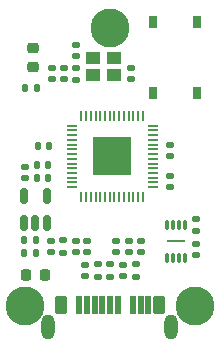
<source format=gbr>
%TF.GenerationSoftware,KiCad,Pcbnew,7.0.9*%
%TF.CreationDate,2023-12-16T11:51:24+08:00*%
%TF.ProjectId,iPico,69506963-6f2e-46b6-9963-61645f706362,rev?*%
%TF.SameCoordinates,Original*%
%TF.FileFunction,Soldermask,Top*%
%TF.FilePolarity,Negative*%
%FSLAX46Y46*%
G04 Gerber Fmt 4.6, Leading zero omitted, Abs format (unit mm)*
G04 Created by KiCad (PCBNEW 7.0.9) date 2023-12-16 11:51:24*
%MOMM*%
%LPD*%
G01*
G04 APERTURE LIST*
G04 Aperture macros list*
%AMRoundRect*
0 Rectangle with rounded corners*
0 $1 Rounding radius*
0 $2 $3 $4 $5 $6 $7 $8 $9 X,Y pos of 4 corners*
0 Add a 4 corners polygon primitive as box body*
4,1,4,$2,$3,$4,$5,$6,$7,$8,$9,$2,$3,0*
0 Add four circle primitives for the rounded corners*
1,1,$1+$1,$2,$3*
1,1,$1+$1,$4,$5*
1,1,$1+$1,$6,$7*
1,1,$1+$1,$8,$9*
0 Add four rect primitives between the rounded corners*
20,1,$1+$1,$2,$3,$4,$5,0*
20,1,$1+$1,$4,$5,$6,$7,0*
20,1,$1+$1,$6,$7,$8,$9,0*
20,1,$1+$1,$8,$9,$2,$3,0*%
G04 Aperture macros list end*
%ADD10O,0.300000X0.900000*%
%ADD11R,1.650000X0.250000*%
%ADD12C,3.300000*%
%ADD13RoundRect,0.050000X0.387500X0.050000X-0.387500X0.050000X-0.387500X-0.050000X0.387500X-0.050000X0*%
%ADD14RoundRect,0.050000X0.050000X0.387500X-0.050000X0.387500X-0.050000X-0.387500X0.050000X-0.387500X0*%
%ADD15R,3.200000X3.200000*%
%ADD16RoundRect,0.140000X0.170000X-0.140000X0.170000X0.140000X-0.170000X0.140000X-0.170000X-0.140000X0*%
%ADD17RoundRect,0.140000X0.140000X0.170000X-0.140000X0.170000X-0.140000X-0.170000X0.140000X-0.170000X0*%
%ADD18RoundRect,0.147500X-0.172500X0.147500X-0.172500X-0.147500X0.172500X-0.147500X0.172500X0.147500X0*%
%ADD19RoundRect,0.140000X-0.140000X-0.170000X0.140000X-0.170000X0.140000X0.170000X-0.140000X0.170000X0*%
%ADD20RoundRect,0.135000X0.185000X-0.135000X0.185000X0.135000X-0.185000X0.135000X-0.185000X-0.135000X0*%
%ADD21R,0.750000X1.000000*%
%ADD22RoundRect,0.135000X-0.185000X0.135000X-0.185000X-0.135000X0.185000X-0.135000X0.185000X0.135000X0*%
%ADD23RoundRect,0.218750X0.218750X0.256250X-0.218750X0.256250X-0.218750X-0.256250X0.218750X-0.256250X0*%
%ADD24RoundRect,0.140000X-0.170000X0.140000X-0.170000X-0.140000X0.170000X-0.140000X0.170000X0.140000X0*%
%ADD25O,1.140000X2.130000*%
%ADD26RoundRect,0.100000X-0.400000X-0.670000X0.400000X-0.670000X0.400000X0.670000X-0.400000X0.670000X0*%
%ADD27RoundRect,0.100000X-0.190000X-0.670000X0.190000X-0.670000X0.190000X0.670000X-0.190000X0.670000X0*%
%ADD28RoundRect,0.100000X-0.180000X-0.670000X0.180000X-0.670000X0.180000X0.670000X-0.180000X0.670000X0*%
%ADD29RoundRect,0.150000X0.150000X-0.512500X0.150000X0.512500X-0.150000X0.512500X-0.150000X-0.512500X0*%
%ADD30R,1.150000X1.000000*%
%ADD31RoundRect,0.147500X0.172500X-0.147500X0.172500X0.147500X-0.172500X0.147500X-0.172500X-0.147500X0*%
%ADD32RoundRect,0.218750X-0.256250X0.218750X-0.256250X-0.218750X0.256250X-0.218750X0.256250X0.218750X0*%
%ADD33RoundRect,0.135000X-0.135000X-0.185000X0.135000X-0.185000X0.135000X0.185000X-0.135000X0.185000X0*%
G04 APERTURE END LIST*
D10*
%TO.C,U1*%
X106375000Y-103400000D03*
X105875000Y-103400000D03*
X105375000Y-103400000D03*
X104875000Y-103400000D03*
X104875000Y-106200000D03*
X105375000Y-106200000D03*
X105875000Y-106200000D03*
X106375000Y-106200000D03*
D11*
X105625000Y-104800000D03*
%TD*%
D12*
%TO.C,H3*%
X92800000Y-110300000D03*
%TD*%
D13*
%TO.C,U4*%
X103637500Y-100200000D03*
X103637500Y-99800000D03*
X103637500Y-99400000D03*
X103637500Y-99000000D03*
X103637500Y-98600000D03*
X103637500Y-98200000D03*
X103637500Y-97800000D03*
X103637500Y-97400000D03*
X103637500Y-97000000D03*
X103637500Y-96600000D03*
X103637500Y-96200000D03*
X103637500Y-95800000D03*
X103637500Y-95400000D03*
X103637500Y-95000000D03*
D14*
X102800000Y-94162500D03*
X102400000Y-94162500D03*
X102000000Y-94162500D03*
X101600000Y-94162500D03*
X101200000Y-94162500D03*
X100800000Y-94162500D03*
X100400000Y-94162500D03*
X100000000Y-94162500D03*
X99600000Y-94162500D03*
X99200000Y-94162500D03*
X98800000Y-94162500D03*
X98400000Y-94162500D03*
X98000000Y-94162500D03*
X97600000Y-94162500D03*
D13*
X96762500Y-95000000D03*
X96762500Y-95400000D03*
X96762500Y-95800000D03*
X96762500Y-96200000D03*
X96762500Y-96600000D03*
X96762500Y-97000000D03*
X96762500Y-97400000D03*
X96762500Y-97800000D03*
X96762500Y-98200000D03*
X96762500Y-98600000D03*
X96762500Y-99000000D03*
X96762500Y-99400000D03*
X96762500Y-99800000D03*
X96762500Y-100200000D03*
D14*
X97600000Y-101037500D03*
X98000000Y-101037500D03*
X98400000Y-101037500D03*
X98800000Y-101037500D03*
X99200000Y-101037500D03*
X99600000Y-101037500D03*
X100000000Y-101037500D03*
X100400000Y-101037500D03*
X100800000Y-101037500D03*
X101200000Y-101037500D03*
X101600000Y-101037500D03*
X102000000Y-101037500D03*
X102400000Y-101037500D03*
X102800000Y-101037500D03*
D15*
X100200000Y-97600000D03*
%TD*%
D16*
%TO.C,C16*%
X97180000Y-89110000D03*
X97180000Y-88150000D03*
%TD*%
D17*
%TO.C,C14*%
X94780000Y-98325000D03*
X93820000Y-98325000D03*
%TD*%
D18*
%TO.C,D2*%
X101122600Y-106775000D03*
X101122600Y-107745000D03*
%TD*%
D19*
%TO.C,C2*%
X92765000Y-105775000D03*
X93725000Y-105775000D03*
%TD*%
D12*
%TO.C,H1*%
X100000000Y-86700000D03*
%TD*%
D20*
%TO.C,R1*%
X102187000Y-107765000D03*
X102187000Y-106745000D03*
%TD*%
D19*
%TO.C,C1*%
X92765000Y-104700000D03*
X93725000Y-104700000D03*
%TD*%
D16*
%TO.C,C15*%
X96150000Y-91080000D03*
X96150000Y-90120000D03*
%TD*%
D21*
%TO.C,SW1*%
X103625000Y-92200000D03*
X103625000Y-86200000D03*
X107375000Y-92200000D03*
X107375000Y-86200000D03*
%TD*%
D22*
%TO.C,R4*%
X96075000Y-104715000D03*
X96075000Y-105735000D03*
%TD*%
D23*
%TO.C,F1*%
X94475000Y-107650000D03*
X92900000Y-107650000D03*
%TD*%
D24*
%TO.C,C13*%
X101805000Y-90095000D03*
X101805000Y-91055000D03*
%TD*%
%TO.C,C7*%
X95100000Y-90095000D03*
X95100000Y-91055000D03*
%TD*%
D20*
%TO.C,R6*%
X107300000Y-103920000D03*
X107300000Y-102900000D03*
%TD*%
%TO.C,R5*%
X97180000Y-91090000D03*
X97180000Y-90070000D03*
%TD*%
D25*
%TO.C,J1*%
X94775000Y-112050000D03*
D26*
X95900000Y-110190000D03*
D27*
X97420000Y-110190000D03*
X98070000Y-110190000D03*
X98720000Y-110190000D03*
X99370000Y-110190000D03*
X100020000Y-110190000D03*
D28*
X100670000Y-110190000D03*
D27*
X101970000Y-110190000D03*
X102620000Y-110190000D03*
X103270000Y-110190000D03*
D26*
X104180000Y-110190000D03*
D25*
X105225000Y-112050000D03*
%TD*%
D29*
%TO.C,U2*%
X92750000Y-103200000D03*
X93700000Y-103200000D03*
X94650000Y-103200000D03*
X94650000Y-100925000D03*
X92750000Y-100925000D03*
%TD*%
D16*
%TO.C,C8*%
X105100000Y-97560000D03*
X105100000Y-96600000D03*
%TD*%
%TO.C,C6*%
X98100000Y-105705000D03*
X98100000Y-104745000D03*
%TD*%
D24*
%TO.C,C10*%
X97100000Y-104745000D03*
X97100000Y-105705000D03*
%TD*%
D20*
%TO.C,R3*%
X98993800Y-107765000D03*
X98993800Y-106745000D03*
%TD*%
D24*
%TO.C,C9*%
X95000000Y-104745000D03*
X95000000Y-105705000D03*
%TD*%
D12*
%TO.C,H2*%
X107200000Y-110300000D03*
%TD*%
D24*
%TO.C,C3*%
X107300000Y-105000000D03*
X107300000Y-105960000D03*
%TD*%
D17*
%TO.C,C4*%
X94780000Y-99400000D03*
X93820000Y-99400000D03*
%TD*%
%TO.C,C12*%
X94875000Y-96725000D03*
X93915000Y-96725000D03*
%TD*%
D16*
%TO.C,C11*%
X105100000Y-100185000D03*
X105100000Y-99225000D03*
%TD*%
D30*
%TO.C,Y1*%
X100355000Y-89280000D03*
X98605000Y-89280000D03*
X98605000Y-90680000D03*
X100355000Y-90680000D03*
%TD*%
D20*
%TO.C,R2*%
X100058200Y-107765000D03*
X100058200Y-106745000D03*
%TD*%
D24*
%TO.C,C17*%
X102650000Y-104720000D03*
X102650000Y-105680000D03*
%TD*%
D16*
%TO.C,C5*%
X92800000Y-99435000D03*
X92800000Y-98475000D03*
%TD*%
D24*
%TO.C,C18*%
X101600000Y-104720000D03*
X101600000Y-105680000D03*
%TD*%
D31*
%TO.C,D1*%
X97929400Y-107740000D03*
X97929400Y-106770000D03*
%TD*%
D32*
%TO.C,D3*%
X93500000Y-88412500D03*
X93500000Y-89987500D03*
%TD*%
D33*
%TO.C,R7*%
X92790000Y-91800000D03*
X93810000Y-91800000D03*
%TD*%
D16*
%TO.C,C19*%
X100550000Y-105680000D03*
X100550000Y-104720000D03*
%TD*%
M02*

</source>
